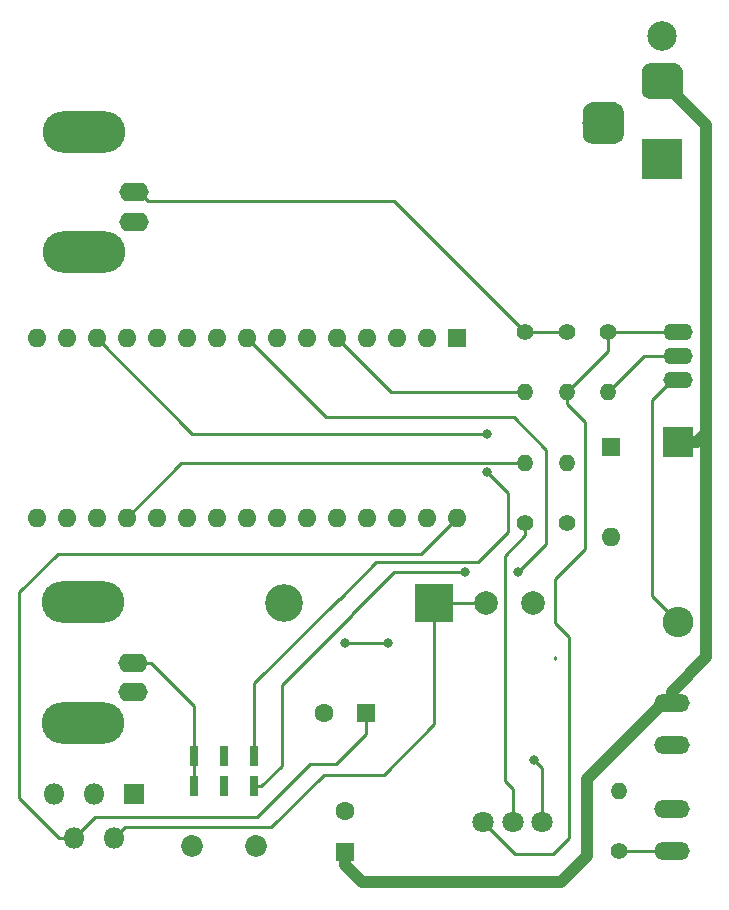
<source format=gbr>
G04 #@! TF.GenerationSoftware,KiCad,Pcbnew,(5.0.0)*
G04 #@! TF.CreationDate,2018-09-09T20:39:42+01:00*
G04 #@! TF.ProjectId,OpenSpritzer_1.02,4F70656E53707269747A65725F312E30,rev?*
G04 #@! TF.SameCoordinates,Original*
G04 #@! TF.FileFunction,Copper,L1,Top,Signal*
G04 #@! TF.FilePolarity,Positive*
%FSLAX46Y46*%
G04 Gerber Fmt 4.6, Leading zero omitted, Abs format (unit mm)*
G04 Created by KiCad (PCBNEW (5.0.0)) date 09/09/18 20:39:42*
%MOMM*%
%LPD*%
G01*
G04 APERTURE LIST*
G04 #@! TA.AperFunction,ComponentPad*
%ADD10C,1.800000*%
G04 #@! TD*
G04 #@! TA.AperFunction,ComponentPad*
%ADD11O,2.500000X1.400000*%
G04 #@! TD*
G04 #@! TA.AperFunction,ComponentPad*
%ADD12R,3.200000X3.200000*%
G04 #@! TD*
G04 #@! TA.AperFunction,ComponentPad*
%ADD13O,3.200000X3.200000*%
G04 #@! TD*
G04 #@! TA.AperFunction,ComponentPad*
%ADD14R,0.750000X1.750000*%
G04 #@! TD*
G04 #@! TA.AperFunction,ComponentPad*
%ADD15C,1.850000*%
G04 #@! TD*
G04 #@! TA.AperFunction,ComponentPad*
%ADD16R,1.600000X1.600000*%
G04 #@! TD*
G04 #@! TA.AperFunction,ComponentPad*
%ADD17C,1.600000*%
G04 #@! TD*
G04 #@! TA.AperFunction,ComponentPad*
%ADD18O,1.400000X1.400000*%
G04 #@! TD*
G04 #@! TA.AperFunction,ComponentPad*
%ADD19C,1.400000*%
G04 #@! TD*
G04 #@! TA.AperFunction,ComponentPad*
%ADD20O,3.010000X1.510000*%
G04 #@! TD*
G04 #@! TA.AperFunction,Conductor*
%ADD21C,0.100000*%
G04 #@! TD*
G04 #@! TA.AperFunction,ComponentPad*
%ADD22C,3.500000*%
G04 #@! TD*
G04 #@! TA.AperFunction,ComponentPad*
%ADD23C,3.000000*%
G04 #@! TD*
G04 #@! TA.AperFunction,ComponentPad*
%ADD24R,3.500000X3.500000*%
G04 #@! TD*
G04 #@! TA.AperFunction,ComponentPad*
%ADD25C,2.500000*%
G04 #@! TD*
G04 #@! TA.AperFunction,ComponentPad*
%ADD26O,7.000240X3.500120*%
G04 #@! TD*
G04 #@! TA.AperFunction,ComponentPad*
%ADD27O,2.499360X1.600200*%
G04 #@! TD*
G04 #@! TA.AperFunction,ComponentPad*
%ADD28O,1.600000X1.600000*%
G04 #@! TD*
G04 #@! TA.AperFunction,ComponentPad*
%ADD29R,2.600000X2.600000*%
G04 #@! TD*
G04 #@! TA.AperFunction,ComponentPad*
%ADD30O,2.600000X2.600000*%
G04 #@! TD*
G04 #@! TA.AperFunction,ComponentPad*
%ADD31C,2.000000*%
G04 #@! TD*
G04 #@! TA.AperFunction,ComponentPad*
%ADD32R,1.800000X1.800000*%
G04 #@! TD*
G04 #@! TA.AperFunction,ComponentPad*
%ADD33O,1.800000X1.800000*%
G04 #@! TD*
G04 #@! TA.AperFunction,ViaPad*
%ADD34C,0.800000*%
G04 #@! TD*
G04 #@! TA.AperFunction,Conductor*
%ADD35C,0.250000*%
G04 #@! TD*
G04 #@! TA.AperFunction,Conductor*
%ADD36C,1.000000*%
G04 #@! TD*
G04 APERTURE END LIST*
D10*
G04 #@! TO.P,,3*
G04 #@! TO.N,Net-(A1-Pad27)*
X146960000Y-143480000D03*
G04 #@! TO.P,,2*
G04 #@! TO.N,Net-(R1-Pad1)*
X144460000Y-143480000D03*
G04 #@! TO.P,,1*
G04 #@! TO.N,Net-(Q1-Pad1)*
X141960000Y-143480000D03*
G04 #@! TD*
D11*
G04 #@! TO.P,,2*
G04 #@! TO.N,Net-(Q1-Pad2)*
X158475000Y-104025000D03*
G04 #@! TO.P,,1*
G04 #@! TO.N,Net-(Q1-Pad1)*
X158475000Y-102025000D03*
G04 #@! TO.P,,3*
G04 #@! TO.N,Net-(D3-Pad2)*
X158475000Y-106025000D03*
G04 #@! TD*
D12*
G04 #@! TO.P,,1*
G04 #@! TO.N,Net-(D4-Pad1)*
X137800000Y-124950000D03*
D13*
G04 #@! TO.P,,2*
G04 #@! TO.N,GNDREF*
X125100000Y-124950000D03*
G04 #@! TD*
D14*
G04 #@! TO.P,,1*
G04 #@! TO.N,Net-(J4-Pad1)*
X117460000Y-137930000D03*
G04 #@! TO.P,,2*
G04 #@! TO.N,Net-(R2-Pad2)*
X120000000Y-137930000D03*
G04 #@! TO.P,,3*
G04 #@! TO.N,Net-(A1-Pad13)*
X122540000Y-137930000D03*
G04 #@! TO.P,,4*
G04 #@! TO.N,Net-(J4-Pad1)*
X117460000Y-140470000D03*
G04 #@! TO.P,,5*
G04 #@! TO.N,Net-(D2-Pad2)*
X120000000Y-140470000D03*
G04 #@! TO.P,,6*
G04 #@! TO.N,Net-(A1-Pad8)*
X122540000Y-140470000D03*
D15*
G04 #@! TO.P,,7*
G04 #@! TO.N,N/C*
X117300000Y-145550000D03*
G04 #@! TO.P,,8*
X122700000Y-145550000D03*
G04 #@! TD*
D16*
G04 #@! TO.P,,1*
G04 #@! TO.N,Net-(C1-Pad1)*
X130200000Y-146050000D03*
D17*
G04 #@! TO.P,,2*
G04 #@! TO.N,GNDREF*
X130200000Y-142550000D03*
G04 #@! TD*
D18*
G04 #@! TO.P,,2*
G04 #@! TO.N,Net-(A1-Pad5)*
X145500000Y-107080000D03*
D19*
G04 #@! TO.P,,1*
G04 #@! TO.N,Net-(J1-Pad1)*
X145500000Y-102000000D03*
G04 #@! TD*
D18*
G04 #@! TO.P,,2*
G04 #@! TO.N,Net-(Q1-Pad1)*
X149000000Y-107080000D03*
D19*
G04 #@! TO.P,,1*
G04 #@! TO.N,Net-(J1-Pad1)*
X149000000Y-102000000D03*
G04 #@! TD*
D18*
G04 #@! TO.P,,2*
G04 #@! TO.N,Net-(Q1-Pad2)*
X152500000Y-107080000D03*
D19*
G04 #@! TO.P,,1*
G04 #@! TO.N,Net-(Q1-Pad1)*
X152500000Y-102000000D03*
G04 #@! TD*
D18*
G04 #@! TO.P,,2*
G04 #@! TO.N,Net-(D2-Pad1)*
X149000000Y-113120000D03*
D19*
G04 #@! TO.P,,1*
G04 #@! TO.N,Net-(Q1-Pad2)*
X149000000Y-118200000D03*
G04 #@! TD*
D18*
G04 #@! TO.P,,2*
G04 #@! TO.N,Net-(A1-Pad19)*
X145500000Y-113120000D03*
D19*
G04 #@! TO.P,,1*
G04 #@! TO.N,Net-(R1-Pad1)*
X145500000Y-118200000D03*
G04 #@! TD*
D17*
G04 #@! TO.P,,2*
G04 #@! TO.N,GNDREF*
X128500000Y-134250000D03*
D16*
G04 #@! TO.P,,1*
G04 #@! TO.N,Net-(A1-Pad30)*
X132000000Y-134250000D03*
G04 #@! TD*
D18*
G04 #@! TO.P,,2*
G04 #@! TO.N,Net-(R2-Pad2)*
X153400000Y-140845000D03*
D19*
G04 #@! TO.P,,1*
G04 #@! TO.N,Net-(D1-Pad2)*
X153400000Y-145925000D03*
G04 #@! TD*
D20*
G04 #@! TO.P,,1*
G04 #@! TO.N,GNDREF*
X157925000Y-142425000D03*
G04 #@! TO.P,,2*
G04 #@! TO.N,Net-(D1-Pad2)*
X157925000Y-145925000D03*
G04 #@! TD*
D21*
G04 #@! TO.N,GNDREF*
G04 #@! TO.C,*
G36*
X153060765Y-82554213D02*
X153145704Y-82566813D01*
X153228999Y-82587677D01*
X153309848Y-82616605D01*
X153387472Y-82653319D01*
X153461124Y-82697464D01*
X153530094Y-82748616D01*
X153593718Y-82806282D01*
X153651384Y-82869906D01*
X153702536Y-82938876D01*
X153746681Y-83012528D01*
X153783395Y-83090152D01*
X153812323Y-83171001D01*
X153833187Y-83254296D01*
X153845787Y-83339235D01*
X153850000Y-83425000D01*
X153850000Y-85175000D01*
X153845787Y-85260765D01*
X153833187Y-85345704D01*
X153812323Y-85428999D01*
X153783395Y-85509848D01*
X153746681Y-85587472D01*
X153702536Y-85661124D01*
X153651384Y-85730094D01*
X153593718Y-85793718D01*
X153530094Y-85851384D01*
X153461124Y-85902536D01*
X153387472Y-85946681D01*
X153309848Y-85983395D01*
X153228999Y-86012323D01*
X153145704Y-86033187D01*
X153060765Y-86045787D01*
X152975000Y-86050000D01*
X151225000Y-86050000D01*
X151139235Y-86045787D01*
X151054296Y-86033187D01*
X150971001Y-86012323D01*
X150890152Y-85983395D01*
X150812528Y-85946681D01*
X150738876Y-85902536D01*
X150669906Y-85851384D01*
X150606282Y-85793718D01*
X150548616Y-85730094D01*
X150497464Y-85661124D01*
X150453319Y-85587472D01*
X150416605Y-85509848D01*
X150387677Y-85428999D01*
X150366813Y-85345704D01*
X150354213Y-85260765D01*
X150350000Y-85175000D01*
X150350000Y-83425000D01*
X150354213Y-83339235D01*
X150366813Y-83254296D01*
X150387677Y-83171001D01*
X150416605Y-83090152D01*
X150453319Y-83012528D01*
X150497464Y-82938876D01*
X150548616Y-82869906D01*
X150606282Y-82806282D01*
X150669906Y-82748616D01*
X150738876Y-82697464D01*
X150812528Y-82653319D01*
X150890152Y-82616605D01*
X150971001Y-82587677D01*
X151054296Y-82566813D01*
X151139235Y-82554213D01*
X151225000Y-82550000D01*
X152975000Y-82550000D01*
X153060765Y-82554213D01*
X153060765Y-82554213D01*
G37*
D22*
G04 #@! TD*
G04 #@! TO.P,,3*
G04 #@! TO.N,GNDREF*
X152100000Y-84300000D03*
D21*
G04 #@! TO.N,Net-(C1-Pad1)*
G04 #@! TO.C,*
G36*
X158173513Y-79253611D02*
X158246318Y-79264411D01*
X158317714Y-79282295D01*
X158387013Y-79307090D01*
X158453548Y-79338559D01*
X158516678Y-79376398D01*
X158575795Y-79420242D01*
X158630330Y-79469670D01*
X158679758Y-79524205D01*
X158723602Y-79583322D01*
X158761441Y-79646452D01*
X158792910Y-79712987D01*
X158817705Y-79782286D01*
X158835589Y-79853682D01*
X158846389Y-79926487D01*
X158850000Y-80000000D01*
X158850000Y-81500000D01*
X158846389Y-81573513D01*
X158835589Y-81646318D01*
X158817705Y-81717714D01*
X158792910Y-81787013D01*
X158761441Y-81853548D01*
X158723602Y-81916678D01*
X158679758Y-81975795D01*
X158630330Y-82030330D01*
X158575795Y-82079758D01*
X158516678Y-82123602D01*
X158453548Y-82161441D01*
X158387013Y-82192910D01*
X158317714Y-82217705D01*
X158246318Y-82235589D01*
X158173513Y-82246389D01*
X158100000Y-82250000D01*
X156100000Y-82250000D01*
X156026487Y-82246389D01*
X155953682Y-82235589D01*
X155882286Y-82217705D01*
X155812987Y-82192910D01*
X155746452Y-82161441D01*
X155683322Y-82123602D01*
X155624205Y-82079758D01*
X155569670Y-82030330D01*
X155520242Y-81975795D01*
X155476398Y-81916678D01*
X155438559Y-81853548D01*
X155407090Y-81787013D01*
X155382295Y-81717714D01*
X155364411Y-81646318D01*
X155353611Y-81573513D01*
X155350000Y-81500000D01*
X155350000Y-80000000D01*
X155353611Y-79926487D01*
X155364411Y-79853682D01*
X155382295Y-79782286D01*
X155407090Y-79712987D01*
X155438559Y-79646452D01*
X155476398Y-79583322D01*
X155520242Y-79524205D01*
X155569670Y-79469670D01*
X155624205Y-79420242D01*
X155683322Y-79376398D01*
X155746452Y-79338559D01*
X155812987Y-79307090D01*
X155882286Y-79282295D01*
X155953682Y-79264411D01*
X156026487Y-79253611D01*
X156100000Y-79250000D01*
X158100000Y-79250000D01*
X158173513Y-79253611D01*
X158173513Y-79253611D01*
G37*
D23*
G04 #@! TD*
G04 #@! TO.P,,2*
G04 #@! TO.N,Net-(C1-Pad1)*
X157100000Y-80750000D03*
D24*
G04 #@! TO.P,,1*
G04 #@! TO.N,GNDREF*
X157100000Y-87350000D03*
D25*
G04 #@! TO.P,,4*
G04 #@! TO.N,N/C*
X157100000Y-76950000D03*
G04 #@! TD*
D20*
G04 #@! TO.P,,2*
G04 #@! TO.N,Net-(D3-Pad2)*
X157900000Y-136950000D03*
G04 #@! TO.P,,1*
G04 #@! TO.N,Net-(C1-Pad1)*
X157900000Y-133450000D03*
G04 #@! TD*
D26*
G04 #@! TO.P,,2*
G04 #@! TO.N,Net-(A1-Pad27)*
X108111600Y-95247780D03*
X108111600Y-85049680D03*
D27*
G04 #@! TO.P,,1*
G04 #@! TO.N,Net-(J1-Pad1)*
X112376260Y-90150000D03*
G04 #@! TO.P,,2*
G04 #@! TO.N,Net-(A1-Pad27)*
X112376260Y-92649360D03*
G04 #@! TD*
D16*
G04 #@! TO.P,,1*
G04 #@! TO.N,Net-(A1-Pad1)*
X139700000Y-102500000D03*
D28*
G04 #@! TO.P,,17*
G04 #@! TO.N,Net-(A1-Pad17)*
X106680000Y-117740000D03*
G04 #@! TO.P,,2*
G04 #@! TO.N,Net-(A1-Pad2)*
X137160000Y-102500000D03*
G04 #@! TO.P,,18*
G04 #@! TO.N,Net-(A1-Pad18)*
X109220000Y-117740000D03*
G04 #@! TO.P,,3*
G04 #@! TO.N,Net-(A1-Pad3)*
X134620000Y-102500000D03*
G04 #@! TO.P,,19*
G04 #@! TO.N,Net-(A1-Pad19)*
X111760000Y-117740000D03*
G04 #@! TO.P,,4*
G04 #@! TO.N,Net-(A1-Pad4)*
X132080000Y-102500000D03*
G04 #@! TO.P,,20*
G04 #@! TO.N,Net-(A1-Pad20)*
X114300000Y-117740000D03*
G04 #@! TO.P,,5*
G04 #@! TO.N,Net-(A1-Pad5)*
X129540000Y-102500000D03*
G04 #@! TO.P,,21*
G04 #@! TO.N,Net-(A1-Pad21)*
X116840000Y-117740000D03*
G04 #@! TO.P,,6*
G04 #@! TO.N,Net-(A1-Pad6)*
X127000000Y-102500000D03*
G04 #@! TO.P,,22*
G04 #@! TO.N,Net-(A1-Pad22)*
X119380000Y-117740000D03*
G04 #@! TO.P,,7*
G04 #@! TO.N,Net-(A1-Pad7)*
X124460000Y-102500000D03*
G04 #@! TO.P,,23*
G04 #@! TO.N,Net-(A1-Pad23)*
X121920000Y-117740000D03*
G04 #@! TO.P,,8*
G04 #@! TO.N,Net-(A1-Pad8)*
X121920000Y-102500000D03*
G04 #@! TO.P,,24*
G04 #@! TO.N,Net-(A1-Pad24)*
X124460000Y-117740000D03*
G04 #@! TO.P,,9*
G04 #@! TO.N,Net-(A1-Pad9)*
X119380000Y-102500000D03*
G04 #@! TO.P,,25*
G04 #@! TO.N,Net-(A1-Pad25)*
X127000000Y-117740000D03*
G04 #@! TO.P,,10*
G04 #@! TO.N,Net-(A1-Pad10)*
X116840000Y-102500000D03*
G04 #@! TO.P,,26*
G04 #@! TO.N,Net-(A1-Pad26)*
X129540000Y-117740000D03*
G04 #@! TO.P,,11*
G04 #@! TO.N,Net-(A1-Pad11)*
X114300000Y-102500000D03*
G04 #@! TO.P,,27*
G04 #@! TO.N,Net-(A1-Pad27)*
X132080000Y-117740000D03*
G04 #@! TO.P,,12*
G04 #@! TO.N,Net-(A1-Pad12)*
X111760000Y-102500000D03*
G04 #@! TO.P,,28*
G04 #@! TO.N,Net-(A1-Pad28)*
X134620000Y-117740000D03*
G04 #@! TO.P,,13*
G04 #@! TO.N,Net-(A1-Pad13)*
X109220000Y-102500000D03*
G04 #@! TO.P,,29*
G04 #@! TO.N,GNDREF*
X137160000Y-117740000D03*
G04 #@! TO.P,,14*
G04 #@! TO.N,Net-(A1-Pad14)*
X106680000Y-102500000D03*
G04 #@! TO.P,,30*
G04 #@! TO.N,Net-(A1-Pad30)*
X139700000Y-117740000D03*
G04 #@! TO.P,,15*
G04 #@! TO.N,Net-(A1-Pad15)*
X104140000Y-102500000D03*
G04 #@! TO.P,,16*
G04 #@! TO.N,Net-(A1-Pad16)*
X104140000Y-117740000D03*
G04 #@! TD*
D16*
G04 #@! TO.P,,1*
G04 #@! TO.N,Net-(D2-Pad1)*
X152800000Y-111750000D03*
D28*
G04 #@! TO.P,,2*
G04 #@! TO.N,Net-(D2-Pad2)*
X152800000Y-119370000D03*
G04 #@! TD*
D29*
G04 #@! TO.P,,1*
G04 #@! TO.N,Net-(C1-Pad1)*
X158475000Y-111350000D03*
D30*
G04 #@! TO.P,,2*
G04 #@! TO.N,Net-(D3-Pad2)*
X158475000Y-126590000D03*
G04 #@! TD*
D31*
G04 #@! TO.P,,1*
G04 #@! TO.N,Net-(A1-Pad30)*
X146175000Y-124950000D03*
G04 #@! TO.P,,2*
G04 #@! TO.N,Net-(D4-Pad1)*
X142175000Y-124950000D03*
G04 #@! TD*
D32*
G04 #@! TO.P,,1*
G04 #@! TO.N,Net-(C1-Pad1)*
X112400000Y-141150000D03*
D33*
G04 #@! TO.P,,2*
G04 #@! TO.N,Net-(D4-Pad1)*
X110700000Y-144850000D03*
G04 #@! TO.P,,3*
G04 #@! TO.N,GNDREF*
X109000000Y-141150000D03*
G04 #@! TO.P,,4*
G04 #@! TO.N,Net-(A1-Pad30)*
X107300000Y-144850000D03*
G04 #@! TO.P,,5*
G04 #@! TO.N,GNDREF*
X105600000Y-141150000D03*
G04 #@! TD*
D27*
G04 #@! TO.P,,2*
G04 #@! TO.N,GNDREF*
X112301260Y-132499360D03*
G04 #@! TO.P,,1*
G04 #@! TO.N,Net-(J4-Pad1)*
X112301260Y-130000000D03*
D26*
G04 #@! TO.P,,2*
G04 #@! TO.N,GNDREF*
X108036600Y-124899680D03*
X108036600Y-135097780D03*
G04 #@! TD*
D34*
G04 #@! TO.N,Net-(A1-Pad13)*
X142275000Y-113850000D03*
X142275000Y-110600000D03*
G04 #@! TO.N,Net-(A1-Pad27)*
X146200000Y-138200000D03*
G04 #@! TO.N,Net-(A1-Pad8)*
X140400000Y-122325000D03*
X144925000Y-122325000D03*
G04 #@! TO.N,Net-(D2-Pad2)*
X133900000Y-128300000D03*
X130200000Y-128300000D03*
G04 #@! TD*
D35*
G04 #@! TO.N,Net-(A1-Pad30)*
X136665000Y-120775000D02*
X139700000Y-117740000D01*
X105900000Y-120775000D02*
X136665000Y-120775000D01*
X102625000Y-124050000D02*
X105900000Y-120775000D01*
X102625000Y-141447792D02*
X102625000Y-124050000D01*
X107300000Y-144850000D02*
X106027208Y-144850000D01*
X106027208Y-144850000D02*
X102625000Y-141447792D01*
X146175000Y-124215000D02*
X146175000Y-124950000D01*
X132000000Y-134250000D02*
X132000000Y-136050000D01*
X132000000Y-136050000D02*
X129475000Y-138575000D01*
X129475000Y-138575000D02*
X127275000Y-138575000D01*
X127275000Y-138575000D02*
X122750000Y-143100000D01*
X109050000Y-143100000D02*
X107300000Y-144850000D01*
X122750000Y-143100000D02*
X109050000Y-143100000D01*
G04 #@! TO.N,Net-(A1-Pad13)*
X109220000Y-102500000D02*
X117320000Y-110600000D01*
X122540000Y-137930000D02*
X122540000Y-131735000D01*
X122540000Y-131735000D02*
X129700000Y-124575000D01*
X129700000Y-124575000D02*
X129725000Y-124575000D01*
X144025000Y-115600000D02*
X142275000Y-113850000D01*
X142275000Y-113850000D02*
X142275000Y-113850000D01*
X117320000Y-110600000D02*
X142275000Y-110600000D01*
X129775000Y-124575000D02*
X132900000Y-121450000D01*
X129700000Y-124575000D02*
X129775000Y-124575000D01*
X141475000Y-121450000D02*
X144025000Y-118900000D01*
X132900000Y-121450000D02*
X141475000Y-121450000D01*
X144025000Y-118900000D02*
X144025000Y-115600000D01*
G04 #@! TO.N,Net-(A1-Pad27)*
X146960000Y-142207208D02*
X146950000Y-142197208D01*
X146960000Y-143480000D02*
X146960000Y-142207208D01*
X146950000Y-142197208D02*
X146950000Y-138975000D01*
X146950000Y-138975000D02*
X146950000Y-138950000D01*
X146950000Y-138950000D02*
X146200000Y-138200000D01*
X146200000Y-138200000D02*
X146175000Y-138175000D01*
G04 #@! TO.N,Net-(A1-Pad8)*
X121920000Y-102500000D02*
X128570000Y-109150000D01*
X123165000Y-140470000D02*
X124900000Y-138735000D01*
X122540000Y-140470000D02*
X123165000Y-140470000D01*
X124900000Y-138735000D02*
X124900000Y-131875000D01*
X124900000Y-131875000D02*
X130850000Y-125925000D01*
X130850000Y-125925000D02*
X130850000Y-125900000D01*
X130850000Y-125900000D02*
X134425000Y-122325000D01*
X128570000Y-109150000D02*
X128620000Y-109200000D01*
X128620000Y-109200000D02*
X141549999Y-109200000D01*
X141549999Y-109200000D02*
X144525000Y-109200000D01*
X144525000Y-109200000D02*
X147275000Y-111950000D01*
X147275000Y-111950000D02*
X147275000Y-119975000D01*
X147275000Y-119975000D02*
X144925000Y-122325000D01*
X134425000Y-122325000D02*
X140400000Y-122325000D01*
X140400000Y-122325000D02*
X140400000Y-122325000D01*
X144925000Y-122325000D02*
X144925000Y-122325000D01*
G04 #@! TO.N,Net-(A1-Pad5)*
X134120000Y-107080000D02*
X129540000Y-102500000D01*
X145500000Y-107080000D02*
X134120000Y-107080000D01*
G04 #@! TO.N,Net-(A1-Pad19)*
X116380000Y-113120000D02*
X145500000Y-113120000D01*
X111760000Y-117740000D02*
X116380000Y-113120000D01*
G04 #@! TO.N,Net-(D1-Pad2)*
X153400000Y-145925000D02*
X157925000Y-145925000D01*
G04 #@! TO.N,Net-(D2-Pad2)*
X133900000Y-128300000D02*
X133334315Y-128300000D01*
X133334315Y-128300000D02*
X130200000Y-128300000D01*
X130200000Y-128300000D02*
X130200000Y-128300000D01*
G04 #@! TO.N,Net-(D3-Pad2)*
X157925000Y-106025000D02*
X158475000Y-106025000D01*
X156225000Y-107725000D02*
X157925000Y-106025000D01*
X156225000Y-124340000D02*
X156225000Y-107725000D01*
X158475000Y-126590000D02*
X156225000Y-124340000D01*
G04 #@! TO.N,Net-(J1-Pad1)*
X146489949Y-102000000D02*
X149000000Y-102000000D01*
X145500000Y-102000000D02*
X146489949Y-102000000D01*
X112825840Y-90150000D02*
X113550840Y-90875000D01*
X112376260Y-90150000D02*
X112825840Y-90150000D01*
X134375000Y-90875000D02*
X145500000Y-102000000D01*
X113550840Y-90875000D02*
X134375000Y-90875000D01*
G04 #@! TO.N,Net-(Q1-Pad2)*
X155555000Y-104025000D02*
X152500000Y-107080000D01*
X158475000Y-104025000D02*
X155555000Y-104025000D01*
G04 #@! TO.N,Net-(R1-Pad1)*
X144460000Y-140710000D02*
X144460000Y-143480000D01*
X143750000Y-140000000D02*
X144460000Y-140710000D01*
X143750000Y-120939949D02*
X143750000Y-140000000D01*
X145500000Y-118200000D02*
X145500000Y-119189949D01*
X145500000Y-119189949D02*
X143750000Y-120939949D01*
D36*
G04 #@! TO.N,Net-(C1-Pad1)*
X160825000Y-84475000D02*
X157100000Y-80750000D01*
X160825000Y-110550000D02*
X160825000Y-84475000D01*
X160025000Y-111350000D02*
X160825000Y-110550000D01*
X158475000Y-111350000D02*
X160025000Y-111350000D01*
X157900000Y-132445000D02*
X157900000Y-133450000D01*
X160825000Y-129520000D02*
X157900000Y-132445000D01*
X160825000Y-110550000D02*
X160825000Y-129520000D01*
D35*
X157150000Y-133450000D02*
X157900000Y-133450000D01*
D36*
X150750000Y-139850000D02*
X157150000Y-133450000D01*
X150750000Y-143650000D02*
X150750000Y-139850000D01*
X130200000Y-147100000D02*
X131700000Y-148600000D01*
X130200000Y-146050000D02*
X130200000Y-147100000D01*
X131700000Y-148600000D02*
X148525000Y-148600000D01*
X150750000Y-146375000D02*
X150750000Y-143650000D01*
X148525000Y-148600000D02*
X150750000Y-146375000D01*
D35*
G04 #@! TO.N,Net-(D4-Pad1)*
X137800000Y-135200000D02*
X137800000Y-124950000D01*
X139650000Y-124950000D02*
X142175000Y-124950000D01*
X137800000Y-124950000D02*
X139650000Y-124950000D01*
X111599999Y-143950001D02*
X123999999Y-143950001D01*
X110700000Y-144850000D02*
X111599999Y-143950001D01*
X123999999Y-143950001D02*
X128475000Y-139475000D01*
X133525000Y-139475000D02*
X137800000Y-135200000D01*
X128475000Y-139475000D02*
X133525000Y-139475000D01*
G04 #@! TO.N,Net-(J4-Pad1)*
X117460000Y-136805000D02*
X117460000Y-137930000D01*
X117460000Y-133659060D02*
X117460000Y-136805000D01*
X113800940Y-130000000D02*
X117460000Y-133659060D01*
X112301260Y-130000000D02*
X113800940Y-130000000D01*
X117460000Y-137930000D02*
X117460000Y-140470000D01*
G04 #@! TO.N,Net-(Q1-Pad1)*
X152500000Y-103580000D02*
X152500000Y-102000000D01*
X149000000Y-107080000D02*
X152500000Y-103580000D01*
X158450000Y-102000000D02*
X158475000Y-102025000D01*
X152500000Y-102000000D02*
X158450000Y-102000000D01*
X149000000Y-108069949D02*
X150575000Y-109644949D01*
X149000000Y-107080000D02*
X149000000Y-108069949D01*
X150575000Y-109644949D02*
X150575000Y-120400000D01*
X150575000Y-120400000D02*
X148050000Y-122925000D01*
X148050000Y-129475000D02*
X148050000Y-129650000D01*
X142859999Y-144379999D02*
X142859999Y-144409999D01*
X141960000Y-143480000D02*
X142859999Y-144379999D01*
X142859999Y-144409999D02*
X144650000Y-146200000D01*
X144650000Y-146200000D02*
X147825000Y-146200000D01*
X147825000Y-146200000D02*
X149225000Y-144800000D01*
X149225000Y-127850000D02*
X148050000Y-126675000D01*
X149225000Y-144800000D02*
X149225000Y-127850000D01*
X148050000Y-122925000D02*
X148050000Y-126675000D01*
G04 #@! TD*
M02*

</source>
